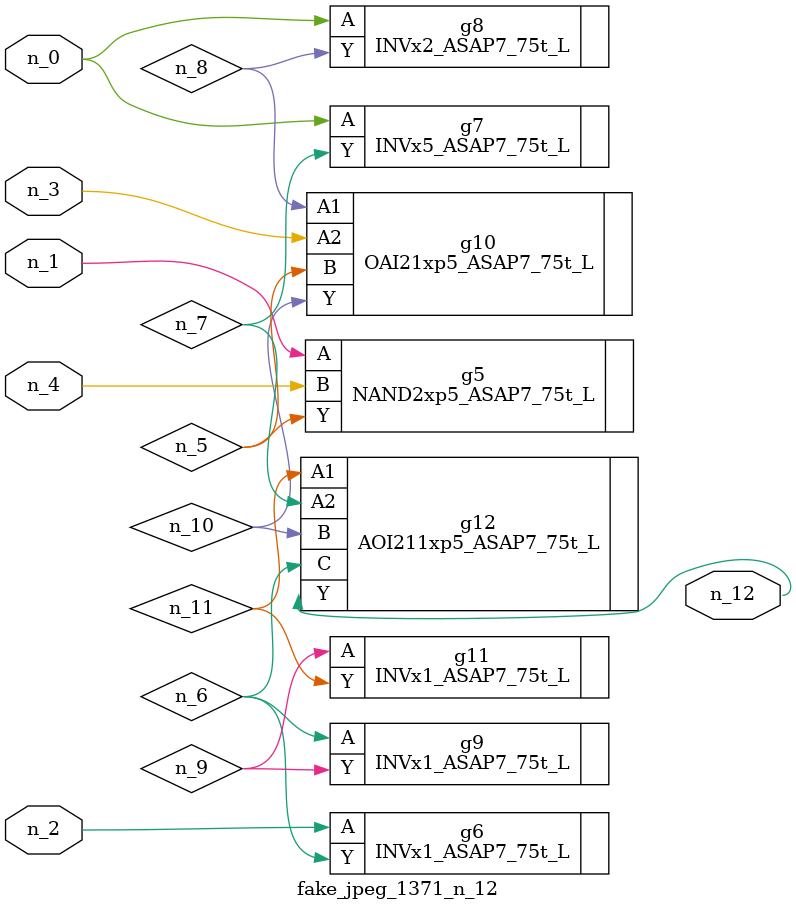
<source format=v>
module fake_jpeg_1371_n_12 (n_3, n_2, n_1, n_0, n_4, n_12);

input n_3;
input n_2;
input n_1;
input n_0;
input n_4;

output n_12;

wire n_11;
wire n_10;
wire n_8;
wire n_9;
wire n_6;
wire n_5;
wire n_7;

NAND2xp5_ASAP7_75t_L g5 ( 
.A(n_1),
.B(n_4),
.Y(n_5)
);

INVx1_ASAP7_75t_L g6 ( 
.A(n_2),
.Y(n_6)
);

INVx5_ASAP7_75t_L g7 ( 
.A(n_0),
.Y(n_7)
);

INVx2_ASAP7_75t_L g8 ( 
.A(n_0),
.Y(n_8)
);

INVx1_ASAP7_75t_L g9 ( 
.A(n_6),
.Y(n_9)
);

INVx1_ASAP7_75t_L g11 ( 
.A(n_9),
.Y(n_11)
);

OAI21xp5_ASAP7_75t_L g10 ( 
.A1(n_8),
.A2(n_3),
.B(n_5),
.Y(n_10)
);

AOI211xp5_ASAP7_75t_L g12 ( 
.A1(n_11),
.A2(n_7),
.B(n_10),
.C(n_6),
.Y(n_12)
);


endmodule
</source>
